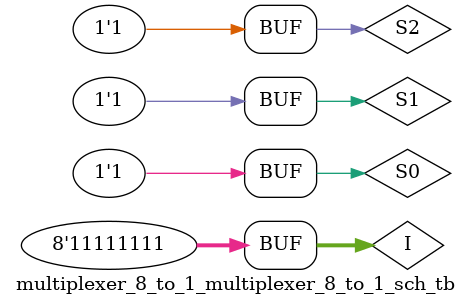
<source format=v>

`timescale 1ns / 1ps

module multiplexer_8_to_1_multiplexer_8_to_1_sch_tb();

// Inputs
   reg S2;
   reg S1;
   reg S0;
   reg [7:0] I;

// Output
   wire Y;

// Bidirs

// Instantiate the UUT
   multiplexer_8_to_1 UUT (
		.S2(S2), 
		.S1(S1), 
		.S0(S0), 
		.I(I), 
		.Y(Y)
   );
// Initialize Inputs
	initial begin
		S2 = 0;
		S1 = 0;
		S0 = 0;
		I[0] = 0;
		#5;
		S2 = 0;
		S1 = 0;
		S0 = 0;
		I[0] = 1;
		#5;
		S2 = 0;
		S1 = 0;
		S0 = 1;
		I[1] = 0;
		#5;
		S2 = 0;
		S1 = 0;
		S0 = 1;
		I[1] = 1;
		#5;
		S2 = 0;
		S1 = 1;
		S0 = 0;
		I[2] = 0;
		#5;
		S2 = 0;
		S1 = 1;
		S0 = 0;
		I[2] = 1;
		#5;
		S2 = 0;
		S1 = 1;
		S0 = 1;
		I[3] = 0;
		#5;
		S2 = 0;
		S1 = 1;
		S0 = 1;
		I[3] = 1;
		#5;
		S2 = 1;
		S1 = 0;
		S0 = 0;
		I[4] = 0;
		#5;
		S2 = 1;
		S1 = 0;
		S0 = 0;
		I[4] = 1;
		#5;
		S2 = 1;
		S1 = 0;
		S0 = 1;
		I[5] = 0;
		#5;
		S2 = 1;
		S1 = 0;
		S0 = 1;
		I[5] = 1;
		#5;
		S2 = 1;
		S1 = 1;
		S0 = 0;
		I[6] = 0;
		#5;
		S2 = 1;
		S1 = 1;
		S0 = 0;
		I[6] = 1;
		#5;
		S2 = 1;
		S1 = 1;
		S0 = 1;
		I[7] = 0;
		#5;
		S2 = 1;
		S1 = 1;
		S0 = 1;
		I[7] = 1;
		#5;
	end

endmodule

</source>
